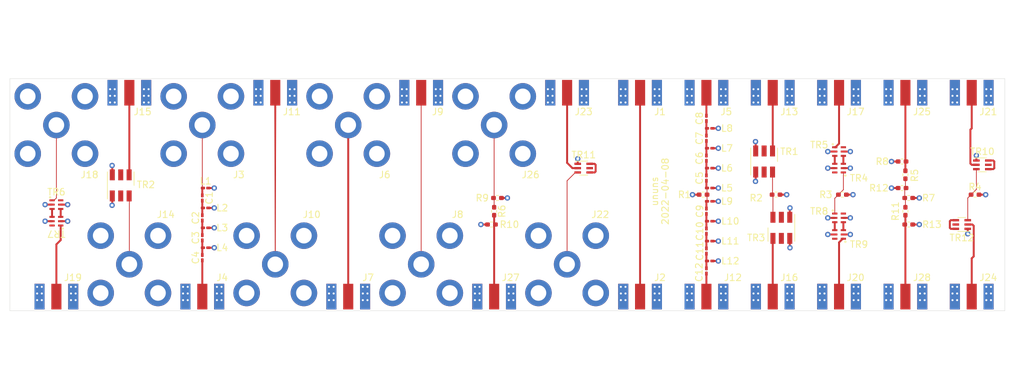
<source format=kicad_pcb>
(kicad_pcb (version 20221018) (generator pcbnew)
  (layers (0 "F.Cu" signal) (1 "In1.Cu" signal) (2 "In2.Cu" signal) (31 "B.Cu" signal) (34 "B.Paste" user) (35 "F.Paste" user) (36 "B.SilkS" user "B.Silkscreen") (37 "F.SilkS" user "F.Silkscreen") (38 "B.Mask" user) (39 "F.Mask" user) (44 "Edge.Cuts" user))
  (net 0 "")
  (net 1 "Net-(C1-Pad2)")
  (net 2 "Net-(C1-Pad1)")
  (net 3 "Net-(C2-Pad2)")
  (net 4 "Net-(C3-Pad2)")
  (net 5 "Net-(C5-Pad1)")
  (net 6 "Net-(C4-Pad2)")
  (net 7 "Net-(J6-Pad1)")
  (net 8 "Net-(C5-Pad2)")
  (net 9 "GND")
  (net 10 "Net-(J8-Pad1)")
  (net 11 "Net-(C7-Pad2)")
  (net 12 "Net-(J10-Pad1)")
  (net 13 "Net-(C8-Pad2)")
  (net 14 "Net-(C6-Pad2)")
  (net 15 "Net-(C12-Pad2)")
  (net 16 "Net-(J13-Pad1)")
  (net 17 "Net-(C10-Pad2)")
  (net 18 "Net-(C10-Pad1)")
  (net 19 "Net-(C11-Pad2)")
  (net 20 "Net-(J14-Pad1)")
  (net 21 "Net-(J15-Pad1)")
  (net 22 "Net-(J16-Pad1)")
  (net 23 "Net-(J17-Pad1)")
  (net 24 "Net-(J18-Pad1)")
  (net 25 "Net-(J1-Pad1)")
  (net 26 "Net-(J20-Pad1)")
  (net 27 "Net-(J21-Pad1)")
  (net 28 "Net-(J22-Pad1)")
  (net 29 "Net-(J23-Pad1)")
  (net 30 "Net-(J24-Pad1)")
  (net 31 "Net-(J25-Pad1)")
  (net 32 "Net-(J26-Pad1)")
  (net 33 "Net-(J27-Pad1)")
  (net 34 "Net-(J28-Pad1)")
  (net 35 "Net-(R2-Pad1)")
  (net 36 "Net-(R3-Pad1)")
  (net 37 "Net-(R4-Pad1)")
  (net 38 "Net-(R11-Pad1)")
  (net 39 "Net-(TR4-Pad3)")
  (net 40 "Net-(TR4-Pad4)")
  (net 41 "Net-(TR6-Pad3)")
  (net 42 "Net-(TR6-Pad4)")
  (net 43 "Net-(TR8-Pad3)")
  (net 44 "Net-(TR8-Pad4)")
  (net 45 "Net-(TR10-Pad4)")
  (net 46 "Net-(TR11-Pad4)")
  (net 47 "Net-(TR12-Pad4)")
  (net 48 "Net-(J19-Pad1)")
  (footprint "ununs:SMA-EDGE" (layer "F.Cu") (at 200 75 -90)
    (fp_text reference "J17")
    (fp_text value "Conn_Coaxial")
  )
  (footprint "ununs:F_Cinch_VF320_Vertical" (layer "F.Cu") (at 126 82)
    (fp_text reference "J6")
    (fp_text value "Conn_Coaxial")
  )
  (footprint "ununs:HHM15112A1" (layer "F.Cu") (at 82 96.5 180)
    (fp_text reference "TR7")
    (fp_text value "1720BL15A0100E")
  )
  (footprint "ununs:F_Cinch_VF320_Vertical" (layer "F.Cu") (at 104 82)
    (fp_text reference "J3")
    (fp_text value "Conn_Coaxial")
  )
  (footprint "ununs:F_Cinch_VF320_Vertical" (layer "F.Cu") (at 148 82)
    (fp_text reference "J26")
    (fp_text value "Conn_Coaxial")
  )
  (footprint "ununs:HHM15112A1" (layer "F.Cu") (at 200 86)
    (fp_text reference "TR5")
    (fp_text value "1720BL15A0100E")
  )
  (footprint "RF_Mini-Circuits:Mini-Circuits_DB1627" (layer "F.Cu") (at 188.7 87.5 180)
    (fp_text reference "TR1")
    (fp_text value "TC1.5-1+")
  )
  (footprint "ununs:SMA-EDGE" (layer "F.Cu") (at 190 75 -90)
    (fp_text reference "J13")
    (fp_text value "Conn_Coaxial")
  )
  (footprint "ununs:SMA-EDGE" (layer "F.Cu") (at 180 110 90)
    (fp_text reference "J12")
    (fp_text value "Conn_Coaxial")
  )
  (footprint "Resistor_SMD:R_0402_1005Metric_Pad0.72x0.64mm_HandSolder" (layer "F.Cu") (at 209.5 91.5 180)
    (fp_text reference "R7")
    (fp_text value "R")
  )
  (footprint "Inductor_SMD:L_0201_0603Metric_Pad0.64x0.40mm_HandSolder" (layer "F.Cu") (at 180.5 88.5)
    (fp_text reference "L6")
    (fp_text value "20 nH")
  )
  (footprint "ununs:F_Cinch_VF320_Vertical" (layer "F.Cu") (at 82 82)
    (fp_text reference "J18")
    (fp_text value "Conn_Coaxial")
  )
  (footprint "ununs:SMA-EDGE" (layer "F.Cu") (at 93 75 -90)
    (fp_text reference "J15")
    (fp_text value "Conn_Coaxial")
  )
  (footprint "Inductor_SMD:L_0201_0603Metric_Pad0.64x0.40mm_HandSolder" (layer "F.Cu") (at 180.5 82.5)
    (fp_text reference "L8")
    (fp_text value "22 nH")
  )
  (footprint "Capacitor_SMD:C_0201_0603Metric_Pad0.64x0.40mm_HandSolder" (layer "F.Cu") (at 180 104 -90)
    (fp_text reference "C12")
    (fp_text value "5.1 pF")
  )
  (footprint "Capacitor_SMD:C_0201_0603Metric_Pad0.64x0.40mm_HandSolder" (layer "F.Cu") (at 104 96 -90)
    (fp_text reference "C2")
    (fp_text value "3.3 pF")
  )
  (footprint "Inductor_SMD:L_0201_0603Metric_Pad0.64x0.40mm_HandSolder" (layer "F.Cu") (at 180.5 85.5)
    (fp_text reference "L7")
    (fp_text value "12 nH")
  )
  (footprint "ununs:SMA-EDGE" (layer "F.Cu") (at 159 75 -90)
    (fp_text reference "J23")
    (fp_text value "Conn_Coaxial")
  )
  (footprint "Resistor_SMD:R_0402_1005Metric_Pad0.72x0.64mm_HandSolder" (layer "F.Cu") (at 147.5975 97)
    (fp_text reference "R10")
    (fp_text value "86.6")
  )
  (footprint "ununs:SMA-EDGE" (layer "F.Cu") (at 190 110 90)
    (fp_text reference "J16")
    (fp_text value "Conn_Coaxial")
  )
  (footprint "ununs:F_Cinch_VF320_Vertical" (layer "F.Cu") (at 159 103)
    (fp_text reference "J22")
    (fp_text value "Conn_Coaxial")
  )
  (footprint "Inductor_SMD:L_0201_0603Metric_Pad0.64x0.40mm_HandSolder" (layer "F.Cu") (at 180.5 93.5)
    (fp_text reference "L9")
    (fp_text value "16 nH")
  )
  (footprint "Resistor_SMD:R_0402_1005Metric_Pad0.72x0.64mm_HandSolder" (layer "F.Cu") (at 210.5 97 180)
    (fp_text reference "R13")
    (fp_text value "86.6")
  )
  (footprint "Resistor_SMD:R_0402_1005Metric_Pad0.72x0.64mm_HandSolder" (layer "F.Cu") (at 148 95 -90)
    (fp_text reference "R6")
    (fp_text value "43.2")
  )
  (footprint "RF_Mini-Circuits:Mini-Circuits_DB1627" (layer "F.Cu") (at 191.3 97.5)
    (fp_text reference "TR3")
    (fp_text value "TC1.5-1+")
  )
  (footprint "RF_Converter:Balun_Johanson_0896BM15A0001" (layer "F.Cu") (at 221.6 88)
    (fp_text reference "TR10")
    (fp_text value "1350BL15B0075")
  )
  (footprint "Inductor_SMD:L_0201_0603Metric_Pad0.64x0.40mm_HandSolder" (layer "F.Cu") (at 180.5 102.5)
    (fp_text reference "L12")
    (fp_text value "22 nH")
  )
  (footprint "Inductor_SMD:L_0201_0603Metric_Pad0.64x0.40mm_HandSolder" (layer "F.Cu") (at 104.5 94.5)
    (fp_text reference "L2")
    (fp_text value "20 nH")
  )
  (footprint "Resistor_SMD:R_0402_1005Metric_Pad0.72x0.64mm_HandSolder" (layer "F.Cu") (at 209.5 87.5)
    (fp_text reference "R8")
    (fp_text value "86.6")
  )
  (footprint "Capacitor_SMD:C_0201_0603Metric_Pad0.64x0.40mm_HandSolder" (layer "F.Cu") (at 180 87 90)
    (fp_text reference "C6")
    (fp_text value "3.3 pF")
  )
  (footprint "Resistor_SMD:R_0402_1005Metric_Pad0.72x0.64mm_HandSolder" (layer "F.Cu") (at 210.5 93)
    (fp_text reference "R12")
    (fp_text value "R")
  )
  (footprint "Capacitor_SMD:C_0201_0603Metric_Pad0.64x0.40mm_HandSolder" (layer "F.Cu") (at 180 81 90)
    (fp_text reference "C8")
    (fp_text value "5.1 pF")
  )
  (footprint "ununs:SMA-EDGE" (layer "F.Cu") (at 115 75 -90)
    (fp_text reference "J11")
    (fp_text value "Conn_Coaxial")
  )
  (footprint "RF_Converter:Balun_Johanson_0896BM15A0001" (layer "F.Cu") (at 218.5 97 180)
    (fp_text reference "TR12")
    (fp_text value "1350BL15B0075")
  )
  (footprint "Resistor_SMD:R_0402_1005Metric_Pad0.72x0.64mm_HandSolder" (layer "F.Cu") (at 210 89.5 90)
    (fp_text reference "R5")
    (fp_text value "43.2")
  )
  (footprint "Inductor_SMD:L_0201_0603Metric_Pad0.64x0.40mm_HandSolder" (layer "F.Cu") (at 104.5 100.5)
    (fp_text reference "L4")
    (fp_text value "22 nH")
  )
  (footprint "Resistor_SMD:R_0402_1005Metric_Pad0.72x0.64mm_HandSolder" (layer "F.Cu") (at 190.5 92.5)
    (fp_text reference "R2")
    (fp_text value "75")
  )
  (footprint "ununs:SMA-EDGE" (layer "F.Cu") (at 210 110 90)
    (fp_text reference "J28")
    (fp_text value "Conn_Coaxial")
  )
  (footprint "Capacitor_SMD:C_0201_0603Metric_Pad0.64x0.40mm_HandSolder" (layer "F.Cu") (at 104 93 -90)
    (fp_text reference "C1")
    (fp_text value "3.9 pF")
  )
  (footprint "ununs:SMA-EDGE" (layer "F.Cu") (at 200 110 90)
    (fp_text reference "J20")
    (fp_text value "Conn_Coaxial")
  )
  (footprint "ununs:SMA-EDGE" (layer "F.Cu") (at 210 75 -90)
    (fp_text reference "J25")
    (fp_text value "Conn_Coaxial")
  )
  (footprint "RF_Converter:Balun_Johanson_0896BM15A0001" (layer "F.Cu") (at 161.5 88.5)
    (fp_text reference "TR11")
    (fp_text value "1350BL15B0075")
  )
  (footprint "ununs:F_Cinch_VF320_Vertical" (layer "F.Cu") (at 115 103)
    (fp_text reference "J10")
    (fp_text value "Conn_Coaxial")
  )
  (footprint "Resistor_SMD:R_0402_1005Metric_Pad0.72x0.64mm_HandSolder" (layer "F.Cu") (at 179.5 92.5 180)
    (fp_text reference "R1")
    (fp_text value "75")
  )
  (footprint "ununs:SMA-EDGE" (layer "F.Cu") (at 220 75 -90)
    (fp_text reference "J21")
    (fp_text value "Conn_Coaxial")
  )
  (footprint "Resistor_SMD:R_0402_1005Metric_Pad0.72x0.64mm_HandSolder" (layer "F.Cu") (at 200.5 92.5)
    (fp_text reference "R3")
    (fp_text value "75")
  )
  (footprint "ununs:SMA-EDGE" (layer "F.Cu") (at 170 75 -90)
    (fp_text reference "J1")
    (fp_text value "Conn_Coaxial")
  )
  (footprint "ununs:HHM15112A1" (layer "F.Cu") (at 200 88.5 180)
    (fp_text reference "TR4")
    (fp_text value "HHM15112A1")
  )
  (footprint "Resistor_SMD:R_0402_1005Metric_Pad0.72x0.64mm_HandSolder" (layer "F.Cu") (at 210 95 -90)
    (fp_text reference "R11")
    (fp_text value "43.2")
  )
  (footprint "ununs:HHM15112A1" (layer "F.Cu") (at 200 96)
    (fp_text reference "TR8")
    (fp_text value "HHM15112A1")
  )
  (footprint "Inductor_SMD:L_0201_0603Metric_Pad0.64x0.40mm_HandSolder" (layer "F.Cu") (at 180.5 96.5)
    (fp_text reference "L10")
    (fp_text value "20 nH")
  )
  (footprint "Inductor_SMD:L_0201_0603Metric_Pad0.64x0.40mm_HandSolder" (layer "F.Cu") (at 104.5 91.5)
    (fp_text reference "L1")
    (fp_text value "16 nH")
  )
  (footprint "Capacitor_SMD:C_0201_0603Metric_Pad0.64x0.40mm_HandSolder" (layer "F.Cu") (at 180 84 90)
    (fp_text reference "C7")
    (fp_text value "15 pF")
  )
  (footprint "Resistor_SMD:R_0402_1005Metric_Pad0.72x0.64mm_HandSolder" (layer "F.Cu") (at 220.5 92.5)
    (fp_text reference "R4")
    (fp_text value "75")
  )
  (footprint "Capacitor_SMD:C_0201_0603Metric_Pad0.64x0.40mm_HandSolder" (layer "F.Cu") (at 180 95 -90)
    (fp_text reference "C9")
    (fp_text value "3.9 pF")
  )
  (footprint "Capacitor_SMD:C_0201_0603Metric_Pad0.64x0.40mm_HandSolder" (layer "F.Cu") (at 180 101 -90)
    (fp_text reference "C11")
    (fp_text value "15 pF")
  )
  (footprint "Capacitor_SMD:C_0201_0603Metric_Pad0.64x0.40mm_HandSolder" (layer "F.Cu") (at 180 98 -90)
    (fp_text reference "C10")
    (fp_text value "3.3 pF")
  )
  (footprint "Resistor_SMD:R_0402_1005Metric_Pad0.72x0.64mm_HandSolder" (layer "F.Cu") (at 148.5 93)
    (fp_text reference "R9")
    (fp_text value "R")
  )
  (footprint "Inductor_SMD:L_0201_0603Metric_Pad0.64x0.40mm_HandSolder" (layer "F.Cu") (at 104.5 97.5)
    (fp_text reference "L3")
    (fp_text value "12 nH")
  )
  (footprint "ununs:HHM15112A1" (layer "F.Cu") (at 82 94)
    (fp_text reference "TR6")
    (fp_text value "HHM15112A1")
  )
  (footprint "Inductor_SMD:L_0201_0603Metric_Pad0.64x0.40mm_HandSolder" (layer "F.Cu") (at 180.5 91.5)
    (fp_text reference "L5")
    (fp_text value "16 nH")
  )
  (footprint "RF_Mini-Circuits:Mini-Circuits_DB1627" (layer "F.Cu") (at 91.7 91.1 180)
    (fp_text reference "TR2")
    (fp_text value "TC1.5-1+")
  )
  (footprint "ununs:SMA-EDGE" (layer "F.Cu") (at 82 110 90)
    (fp_text reference "J19")
    (fp_text value "Conn_Coaxial")
  )
  (footprint "Inductor_SMD:L_0201_0603Metric_Pad0.64x0.40mm_HandSolder" (layer "F.Cu") (at 180.5 99.5)
    (fp_text reference "L11")
    (fp_text value "12 nH")
  )
  (footprint "ununs:F_Cinch_VF320_Vertical" (layer "F.Cu") (at 137 103)
    (fp_text reference "J8")
    (fp_text value "Conn_Coaxial")
  )
  (footprint "ununs:SMA-EDGE" (layer "F.Cu") (at 104 110 90)
    (fp_text reference "J4")
    (fp_text value "Conn_Coaxial")
  )
  (footprint "Capacitor_SMD:C_0201_0603Metric_Pad0.64x0.40mm_HandSolder" (layer "F.Cu") (at 180 90 90)
    (fp_text reference "C5")
    (fp_text value "3.9 pF")
  )
  (footprint "ununs:SMA-EDGE" (layer "F.Cu") (at 220 110 90)
    (fp_text reference "J24")
    (fp_text value "Conn_Coaxial")
  )
  (footprint "ununs:SMA-EDGE" (layer "F.Cu") (at 180 75 -90)
    (fp_text reference "J5")
    (fp_text value "Conn_Coaxial")
  )
  (footprint "ununs:HHM15112A1" (layer "F.Cu") (at 200 98.5 180)
    (fp_text reference "TR9")
    (fp_text value "1720BL15A0100E")
  )
  (footprint "Capacitor_SMD:C_0201_0603Metric_Pad0.64x0.40mm_HandSolder" (layer "F.Cu") (at 104 99 -90)
    (fp_text reference "C3")
    (fp_text value "15 pF")
  )
  (footprint "ununs:SMA-EDGE" (layer "F.Cu") (at 148 110 90)
    (fp_text reference "J27")
    (fp_text value "Conn_Coaxial")
  )
  (footprint "ununs:SMA-EDGE" (layer "F.Cu") (at 170 110 90)
    (fp_text reference "J2")
    (fp_text value "Conn_Coaxial")
  )
  (footprint "ununs:SMA-EDGE" (layer "F.Cu") (at 137 75 -90)
    (fp_text reference "J9")
    (fp_text value "Conn_Coaxial")
  )
  (footprint "Capacitor_SMD:C_0201_0603Metric_Pad0.64x0.40mm_HandSolder" (layer "F.Cu") (at 104 102 -90)
    (fp_text reference "C4")
    (fp_text value "5.1 pF")
  )
  (footprint "ununs:SMA-EDGE" (layer "F.Cu") (at 126 110 90)
    (fp_text reference "J7")
    (fp_text value "Conn_Coaxial")
  )
  (footprint "ununs:F_Cinch_VF320_Vertical" (layer "F.Cu") (at 93 103)
    (fp_text reference "J14")
    (fp_text value "Conn_Coaxial")
  )
  (gr_line (start 225 75) (end 225 110) (stroke (width 0.05)) (layer "Edge.Cuts"))
  (gr_line (start 225 110) (end 75 110) (stroke (width 0.05)) (layer "Edge.Cuts"))
  (gr_line (start 75 75) (end 225 75) (stroke (width 0.05)) (layer "Edge.Cuts"))
  (gr_line (start 75 110) (end 75 75) (stroke (width 0.05)) (layer "Edge.Cuts"))
  (gr_text "ununs\n2022-04-08" (at 173 92 90) (layer "F.SilkS") (effects (font (size 1 1))))
  (segment (start 104 94.5925) (end 104.0925 94.5) (width 0.29337) (layer "F.Cu") (net 1))
  (segment (start 104 94.4075) (end 104.0925 94.5) (width 0.29337) (layer "F.Cu") (net 1))
  (segment (start 104 93.4075) (end 104 94.4075) (width 0.29337) (layer "F.Cu") (net 1))
  (segment (start 104 95.5925) (end 104 94.5925) (width 0.29337) (layer "F.Cu") (net 1))
  (segment (start 104 91.4075) (end 104.0925 91.5) (width 0.2) (layer "F.Cu") (net 2))
  (segment (start 104 91.5925) (end 104.0925 91.5) (width 0.29337) (layer "F.Cu") (net 2))
  (segment (start 104 92.5925) (end 104 91.5925) (width 0.29337) (layer "F.Cu") (net 2))
  (segment (start 104 82) (end 104 91.4075) (width 0.114808) (layer "F.Cu") (net 2))
  (segment (start 104 96.4075) (end 104 97.4075) (width 0.29337) (layer "F.Cu") (net 3))
  (segment (start 104 97.4075) (end 104.0925 97.5) (width 0.29337) (layer "F.Cu") (net 3))
  (segment (start 104 97.5925) (end 104.0925 97.5) (width 0.29337) (layer "F.Cu") (net 3))
  (segment (start 104 98.5925) (end 104 97.5925) (width 0.29337) (layer "F.Cu") (net 3))
  (segment (start 104 100.5925) (end 104.0925 100.5) (width 0.29337) (layer "F.Cu") (net 4))
  (segment (start 104 100.4075) (end 104.0925 100.5) (width 0.29337) (layer "F.Cu") (net 4))
  (segment (start 104 99.4075) (end 104 100.4075) (width 0.29337) (layer "F.Cu") (net 4))
  (segment (start 104 101.5925) (end 104 100.5925) (width 0.29337) (layer "F.Cu") (net 4))
  (segment (start 180.0925 92.495) (end 180.0975 92.5) (width 0.2) (layer "F.Cu") (net 5))
  (segment (start 180 90.4075) (end 180 91.4075) (width 0.29337) (layer "F.Cu") (net 5))
  (segment (start 180 93.5925) (end 180.0925 93.5) (width 0.29337) (layer "F.Cu") (net 5))
  (segment (start 180.0975 92.5) (end 180.0975 93.495) (width 0.114808) (layer "F.Cu") (net 5))
  (segment (start 180.0925 91.5) (end 180.0925 92.495) (width 0.114808) (layer "F.Cu") (net 5))
  (segment (start 180 91.4075) (end 180.0925 91.5) (width 0.29337) (layer "F.Cu") (net 5))
  (segment (start 180.0975 93.495) (end 180.0925 93.5) (width 0.2) (layer "F.Cu") (net 5))
  (segment (start 180 94.5925) (end 180 93.5925) (width 0.29337) (layer "F.Cu") (net 5))
  (segment (start 104 107.968) (end 104 102.4075) (width 0.29337) (layer "F.Cu") (net 6))
  (segment (start 126 107.968) (end 126 82) (width 0.29337) (layer "F.Cu") (net 7))
  (segment (start 180 87.4075) (end 180 88.4075) (width 0.29337) (layer "F.Cu") (net 8))
  (segment (start 180 88.5925) (end 180.0925 88.5) (width 0.29337) (layer "F.Cu") (net 8))
  (segment (start 180 88.4075) (end 180.0925 88.5) (width 0.29337) (layer "F.Cu") (net 8))
  (segment (start 180 89.5925) (end 180 88.5925) (width 0.29337) (layer "F.Cu") (net 8))
  (segment (start 191.0975 92.5) (end 192.1 92.5) (width 0.29337) (layer "F.Cu") (net 9))
  (segment (start 81.35 94) (end 80.3 94) (width 0.29337) (layer "F.Cu") (net 9))
  (segment (start 149.0975 93) (end 150 93) (width 0.29337) (layer "F.Cu") (net 9))
  (segment (start 199.35 86) (end 198.3 86) (width 0.29337) (layer "F.Cu") (net 9))
  (segment (start 199.35 96) (end 198.3 96) (width 0.29337) (layer "F.Cu") (net 9))
  (segment (start 200.65 98.5) (end 201.7 98.5) (width 0.29337) (layer "F.Cu") (net 9))
  (segment (start 147 97) (end 146 97) (width 0.29337) (layer "F.Cu") (net 9))
  (segment (start 192.57 94.53) (end 192.6 94.5) (width 0.29337) (layer "F.Cu") (net 9))
  (segment (start 160.6 87.85) (end 160.6 87.1) (width 0.29337) (layer "F.Cu") (net 9))
  (segment (start 81.35 96.5) (end 80.3 96.5) (width 0.29337) (layer "F.Cu") (net 9))
  (segment (start 187.43 84.53) (end 187.4 84.5) (width 0.29337) (layer "F.Cu") (net 9))
  (segment (start 90.43 92.69) (end 90.43 94.07) (width 0.29337) (layer "F.Cu") (net 9))
  (segment (start 90.43 94.07) (end 90.4 94.1) (width 0.29337) (layer "F.Cu") (net 9))
  (segment (start 104.9075 94.5) (end 105.8 94.5) (width 0.29337) (layer "F.Cu") (net 9))
  (segment (start 208.9025 91.5) (end 207.9 91.5) (width 0.29337) (layer "F.Cu") (net 9))
  (segment (start 82.65 94) (end 83.7 94) (width 0.29337) (layer "F.Cu") (net 9))
  (segment (start 208.9025 87.5) (end 207.9 87.5) (width 0.29337) (layer "F.Cu") (net 9))
  (segment (start 211.0975 93) (end 212.1 93) (width 0.29337) (layer "F.Cu") (net 9))
  (segment (start 180.9075 82.5) (end 181.8 82.5) (width 0.29337) (layer "F.Cu") (net 9))
  (segment (start 187.43 90.47) (end 187.4 90.5) (width 0.29337) (layer "F.Cu") (net 9))
  (segment (start 180.9075 93.5) (end 181.8 93.5) (width 0.29337) (layer "F.Cu") (net 9))
  (segment (start 219.4 97.65) (end 219.4 98.4) (width 0.29337) (layer "F.Cu") (net 9))
  (segment (start 187.43 89.09) (end 187.43 90.47) (width 0.29337) (layer "F.Cu") (net 9))
  (segment (start 180.9075 99.5) (end 181.8 99.5) (width 0.29337) (layer "F.Cu") (net 9))
  (segment (start 199.35 98.5) (end 198.3 98.5) (width 0.29337) (layer "F.Cu") (net 9))
  (segment (start 178.9025 92.5) (end 177.9 92.5) (width 0.29337) (layer "F.Cu") (net 9))
  (segment (start 90.43 88.13) (end 90.4 88.1) (width 0.29337) (layer "F.Cu") (net 9))
  (segment (start 200.65 96) (end 201.7 96) (width 0.29337) (layer "F.Cu") (net 9))
  (segment (start 192.57 100.47) (end 192.6 100.5) (width 0.29337) (layer "F.Cu") (net 9))
  (segment (start 104.9075 97.5) (end 105.8 97.5) (width 0.29337) (layer "F.Cu") (net 9))
  (segment (start 200.65 86) (end 201.7 86) (width 0.29337) (layer "F.Cu") (net 9))
  (segment (start 180.9075 96.5) (end 181.8 96.5) (width 0.29337) (layer "F.Cu") (net 9))
  (segment (start 211.0975 97) (end 212.1 97) (width 0.29337) (layer "F.Cu") (net 9))
  (segment (start 82.65 96.5) (end 83.7 96.5) (width 0.29337) (layer "F.Cu") (net 9))
  (segment (start 180.9075 88.5) (end 181.8 88.5) (width 0.29337) (layer "F.Cu") (net 9))
  (segment (start 199.35 88.5) (end 198.3 88.5) (width 0.29337) (layer "F.Cu") (net 9))
  (segment (start 187.43 85.91) (end 187.43 84.53) (width 0.29337) (layer "F.Cu") (net 9))
  (segment (start 200.65 88.5) (end 201.7 88.5) (width 0.29337) (layer "F.Cu") (net 9))
  (segment (start 180.9075 85.5) (end 181.8 85.5) (width 0.29337) (layer "F.Cu") (net 9))
  (segment (start 104.9075 91.5) (end 105.8 91.5) (width 0.29337) (layer "F.Cu") (net 9))
  (segment (start 90.43 89.51) (end 90.43 88.13) (width 0.29337) (layer "F.Cu") (net 9))
  (segment (start 192.57 99.09) (end 192.57 100.47) (width 0.29337) (layer "F.Cu") (net 9))
  (segment (start 201.0975 92.5) (end 202.1 92.5) (width 0.29337) (layer "F.Cu") (net 9))
  (segment (start 192.57 95.91) (end 192.57 94.53) (width 0.29337) (layer "F.Cu") (net 9))
  (segment (start 104.9075 100.5) (end 105.8 100.5) (width 0.29337) (layer "F.Cu") (net 9))
  (segment (start 220.7 87.35) (end 220.7 86.6) (width 0.29337) (layer "F.Cu") (net 9))
  (segment (start 221.0975 92.5) (end 222.1 92.5) (width 0.29337) (layer "F.Cu") (net 9))
  (segment (start 180.9075 102.5) (end 181.8 102.5) (width 0.29337) (layer "F.Cu") (net 9))
  (segment (start 180.9075 91.5) (end 181.8 91.5) (width 0.29337) (layer "F.Cu") (net 9))
  (via (at 187.4 90.5) (size 0.8) (drill 0.4) (layers "F.Cu" "B.Cu") (net 9))
  (via (at 181.8 96.5) (size 0.8) (drill 0.4) (layers "F.Cu" "B.Cu") (net 9))
  (via (at 181.8 93.5) (size 0.8) (drill 0.4) (layers "F.Cu" "B.Cu") (net 9))
  (via (at 181.8 82.5) (size 0.8) (drill 0.4) (layers "F.Cu" "B.Cu") (net 9))
  (via (at 181.8 85.5) (size 0.8) (drill 0.4) (layers "F.Cu" "B.Cu") (net 9))
  (via (at 150 93) (size 0.8) (drill 0.4) (layers "F.Cu" "B.Cu") (net 9))
  (via (at 187.4 84.5) (size 0.8) (drill 0.4) (layers "F.Cu" "B.Cu") (net 9))
  (via (at 212.1 93) (size 0.8) (drill 0.4) (layers "F.Cu" "B.Cu") (net 9))
  (via (at 181.8 88.5) (size 0.8) (drill 0.4) (layers "F.Cu" "B.Cu") (net 9))
  (via (at 220.7 86.6) (size 0.8) (drill 0.4) (layers "F.Cu" "B.Cu") (net 9))
  (via (at 198.3 86) (size 0.8) (drill 0.4) (layers "F.Cu" "B.Cu") (net 9))
  (via (at 201.7 98.5) (size 0.8) (drill 0.4) (layers "F.Cu" "B.Cu") (net 9))
  (via (at 201.7 96) (size 0.8) (drill 0.4) (layers "F.Cu" "B.Cu") (net 9))
  (via (at 105.8 97.5) (size 0.8) (drill 0.4) (layers "F.Cu" "B.Cu") (net 9))
  (via (at 105.8 91.5) (size 0.8) (drill 0.4) (layers "F.Cu" "B.Cu") (net 9))
  (via (at 90.4 88.1) (size 0.8) (drill 0.4) (layers "F.Cu" "B.Cu") (net 9))
  (via (at 202.1 92.5) (size 0.8) (drill 0.4) (layers "F.Cu" "B.Cu") (net 9))
  (via (at 198.3 98.5) (size 0.8) (drill 0.4) (layers "F.Cu" "B.Cu") (net 9))
  (via (at 198.3 96) (size 0.8) (drill 0.4) (layers "F.Cu" "B.Cu") (net 9))
  (via (at 192.6 100.5) (size 0.8) (drill 0.4) (layers "F.Cu" "B.Cu") (net 9))
  (via (at 160.6 87.1) (size 0.8) (drill 0.4) (layers "F.Cu" "B.Cu") (net 9))
  (via (at 80.3 96.5) (size 0.8) (drill 0.4) (layers "F.Cu" "B.Cu") (net 9))
  (via (at 201.7 86) (size 0.8) (drill 0.4) (layers "F.Cu" "B.Cu") (net 9))
  (via (at 80.3 94) (size 0.8) (drill 0.4) (layers "F.Cu" "B.Cu") (net 9))
  (via (at 146 97) (size 0.8) (drill 0.4) (layers "F.Cu" "B.Cu") (net 9))
  (via (at 177.9 92.5) (size 0.8) (drill 0.4) (layers "F.Cu" "B.Cu") (net 9))
  (via (at 192.6 94.5) (size 0.8) (drill 0.4) (layers "F.Cu" "B.Cu") (net 9))
  (via (at 181.8 99.5) (size 0.8) (drill 0.4) (layers "F.Cu" "B.Cu") (net 9))
  (via (at 105.8 100.5) (size 0.8) (drill 0.4) (layers "F.Cu" "B.Cu") (net 9))
  (via (at 201.7 88.5) (size 0.8) (drill 0.4) (layers "F.Cu" "B.Cu") (net 9))
  (via (at 222.1 92.5) (size 0.8) (drill 0.4) (layers "F.Cu" "B.Cu") (net 9))
  (via (at 192.1 92.5) (size 0.8) (drill 0.4) (layers "F.Cu" "B.Cu") (net 9))
  (via (at 181.8 91.5) (size 0.8) (drill 0.4) (layers "F.Cu" "B.Cu") (net 9))
  (via (at 198.3 88.5) (size 0.8) (drill 0.4) (layers "F.Cu" "B.Cu") (net 9))
  (via (at 181.8 102.5) (size 0.8) (drill 0.4) (layers "F.Cu" "B.Cu") (net 9))
  (via (at 212.1 97) (size 0.8) (drill 0.4) (layers "F.Cu" "B.Cu") (net 9))
  (via (at 83.7 96.5) (size 0.8) (drill 0.4) (layers "F.Cu" "B.Cu") (net 9))
  (via (at 105.8 94.5) (size 0.8) (drill 0.4) (layers "F.Cu" "B.Cu") (net 9))
  (via (at 207.9 87.5) (size 0.8) (drill 0.4) (layers "F.Cu" "B.Cu") (net 9))
  (via (at 219.4 98.4) (size 0.8) (drill 0.4) (layers "F.Cu" "B.Cu") (net 9))
  (via (at 207.9 91.5) (size 0.8) (drill 0.4) (layers "F.Cu" "B.Cu") (net 9))
  (via (at 90.4 94.1) (size 0.8) (drill 0.4) (layers "F.Cu" "B.Cu") (net 9))
  (via (at 83.7 94) (size 0.8) (drill 0.4) (layers "F.Cu" "B.Cu") (net 9))
  (segment (start 137 103) (end 137 77.132) (width 0.114808) (layer "F.Cu") (net 10))
  (segment (start 180 82.4075) (end 180.0925 82.5) (width 0.29337) (layer "F.Cu") (net 11))
  (segment (start 180 82.5925) (end 180.0925 82.5) (width 0.29337) (layer "F.Cu") (net 11))
  (segment (start 180 81.4075) (end 180 82.4075) (width 0.29337) (layer "F.Cu") (net 11))
  (segment (start 180 83.5925) (end 180 82.5925) (width 0.29337) (layer "F.Cu") (net 11))
  (segment (start 115 103) (end 115 79) (width 0.115) (layer "F.Cu") (net 12))
  (segment (start 115 77.032) (end 115 79) (width 0.29337) (layer "F.Cu") (net 12))
  (segment (start 180 77.132) (end 180 80.5925) (width 0.29337) (layer "F.Cu") (net 13))
  (segment (start 180 85.4075) (end 180.0925 85.5) (width 0.29337) (layer "F.Cu") (net 14))
  (segment (start 180 86.5925) (end 180 85.5925) (width 0.29337) (layer "F.Cu") (net 14))
  (segment (start 180 85.5925) (end 180.0925 85.5) (width 0.29337) (layer "F.Cu") (net 14))
  (segment (start 180 84.4075) (end 180 85.4075) (width 0.29337) (layer "F.Cu") (net 14))
  (segment (start 180 107.868) (end 180 104.4075) (width 0.29337) (layer "F.Cu") (net 15))
  (segment (start 190 85.88) (end 189.97 85.91) (width 0.29337) (layer "F.Cu") (net 16))
  (segment (start 190 77.132) (end 190 85.88) (width 0.29337) (layer "F.Cu") (net 16))
  (segment (start 180 98.4075) (end 180 99.4075) (width 0.29337) (layer "F.Cu") (net 17))
  (segment (start 180 99.5925) (end 180.0925 99.5) (width 0.29337) (layer "F.Cu") (net 17))
  (segment (start 180 99.4075) (end 180.0925 99.5) (width 0.29337) (layer "F.Cu") (net 17))
  (segment (start 180 100.5925) (end 180 99.5925) (width 0.29337) (layer "F.Cu") (net 17))
  (segment (start 180 97.5925) (end 180 96.5925) (width 0.29337) (layer "F.Cu") (net 18))
  (segment (start 180 96.5925) (end 180.0925 96.5) (width 0.29337) (layer "F.Cu") (net 18))
  (segment (start 180 96.4075) (end 180.0925 96.5) (width 0.29337) (layer "F.Cu") (net 18))
  (segment (start 180 95.4075) (end 180 96.4075) (width 0.29337) (layer "F.Cu") (net 18))
  (segment (start 180 101.4075) (end 180 102.4075) (width 0.29337) (layer "F.Cu") (net 19))
  (segment (start 180 102.4075) (end 180.0925 102.5) (width 0.29337) (layer "F.Cu") (net 19))
  (segment (start 180 103.5925) (end 180 102.5925) (width 0.29337) (layer "F.Cu") (net 19))
  (segment (start 180 102.5925) (end 180.0925 102.5) (width 0.29337) (layer "F.Cu") (net 19))
  (segment (start 93 103) (end 93 92.72) (width 0.114808) (layer "F.Cu") (net 20))
  (segment (start 93 92.72) (end 92.97 92.69) (width 0.2) (layer "F.Cu") (net 20))
  (segment (start 93 89.48) (end 92.97 89.51) (width 0.29337) (layer "F.Cu") (net 21))
  (segment (start 93 77.032) (end 93 89.48) (width 0.29337) (layer "F.Cu") (net 21))
  (segment (start 190 99.12) (end 190.03 99.09) (width 0.29337) (layer "F.Cu") (net 22))
  (segment (start 190 107.868) (end 190 99.12) (width 0.29337) (layer "F.Cu") (net 22))
  (segment (start 200 77.132) (end 200 84.8) (width 0.29337) (layer "F.Cu") (net 23))
  (segment (start 200 84.8) (end 199.45 85.35) (width 0.29337) (layer "F.Cu") (net 23))
  (segment (start 199.45 85.35) (end 199.35 85.35) (width 0.29337) (layer "F.Cu") (net 23))
  (segment (start 82 93) (end 81.65 93.35) (width 0.114808) (layer "F.Cu") (net 24))
  (segment (start 82 82) (end 82 93) (width 0.114808) (layer "F.Cu") (net 24))
  (segment (start 81.65 93.35) (end 81.35 93.35) (width 0.2) (layer "F.Cu") (net 24))
  (segment (start 170 77.132) (end 170 107.868) (width 0.29337) (layer "F.Cu") (net 25))
  (segment (start 200 99.7) (end 200.55 99.15) (width 0.29337) (layer "F.Cu") (net 26))
  (segment (start 200.55 99.15) (end 200.65 99.15) (width 0.29337) (layer "F.Cu") (net 26))
  (segment (start 200 107.868) (end 200 99.7) (width 0.29337) (layer "F.Cu") (net 26))
  (segment (start 220 82.5) (end 220 77.132) (width 0.29337) (layer "F.Cu") (net 27))
  (segment (start 220.7 88) (end 220 88) (width 0.29337) (layer "F.Cu") (net 27))
  (segment (start 220 88) (end 219.8 87.8) (width 0.29337) (layer "F.Cu") (net 27))
  (segment (start 219.8 87.8) (end 219.8 82.7) (width 0.29337) (layer "F.Cu") (net 27))
  (segment (start 219.8 82.7) (end 220 82.5) (width 0.29337) (layer "F.Cu") (net 27))
  (segment (start 160.25 89.15) (end 160.6 89.15) (width 0.2) (layer "F.Cu") (net 28))
  (segment (start 159 90.4) (end 160.25 89.15) (width 0.114808) (layer "F.Cu") (net 28))
  (segment (start 159 103) (end 159 90.4) (width 0.114808) (layer "F.Cu") (net 28))
  (segment (start 159.8 88.5) (end 160.6 88.5) (width 0.29337) (layer "F.Cu") (net 29))
  (segment (start 159 87.7) (end 159.8 88.5) (width 0.29337) (layer "F.Cu") (net 29))
  (segment (start 159 77.132) (end 159 87.7) (width 0.29337) (layer "F.Cu") (net 29))
  (segment (start 219.4 97) (end 220.1 97) (width 0.29337) (layer "F.Cu") (net 30))
  (segment (start 220.1 97) (end 220.3 97.2) (width 0.29337) (layer "F.Cu") (net 30))
  (segment (start 220.3 97.2) (end 220.3 101.8) (width 0.29337) (layer "F.Cu") (net 30))
  (segment (start 220.3 101.8) (end 220 102.1) (width 0.29337) (layer "F.Cu") (net 30))
  (segment (start 220 102.1) (end 220 107.868) (width 0.29337) (layer "F.Cu") (net 30))
  (segment (start 210 88.9025) (end 210 87.5975) (width 0.29337) (layer "F.Cu") (net 31))
  (segment (start 210 87.5975) (end 210.0975 87.5) (width 0.29337) (layer "F.Cu") (net 31))
  (segment (start 210 87.4025) (end 210.0975 87.5) (width 0.29337) (layer "F.Cu") (net 31))
  (segment (start 210 77.132) (end 210 87.4025) (width 0.29337) (layer "F.Cu") (net 31))
  (segment (start 148 92.9025) (end 147.9025 93) (width 0.2) (layer "F.Cu") (net 32))
  (segment (start 148 94.4025) (end 148 93.0975) (width 0.114808) (layer "F.Cu") (net 32))
  (segment (start 148 93.0975) (end 147.9025 93) (width 0.2) (layer "F.Cu") (net 32))
  (segment (start 148 82) (end 148 92.9025) (width 0.114808) (layer "F.Cu") (net 32))
  (segment (start 148 95.5975) (end 148 96.805) (width 0.29337) (layer "F.Cu") (net 33))
  (segment (start 148 107.868) (end 148 97.195) (width 0.29337) (layer "F.Cu") (net 33))
  (segment (start 148 96.805) (end 148.195 97) (width 0.29337) (layer "F.Cu") (net 33))
  (segment (start 148 97.195) (end 148.195 97) (width 0.29337) (layer "F.Cu") (net 33))
  (segment (start 210 107.868) (end 210 97.0975) (width 0.29337) (layer "F.Cu") (net 34))
  (segment (start 210 97.0975) (end 209.9025 97) (width 0.29337) (layer "F.Cu") (net 34))
  (segment (start 210 96.9025) (end 209.9025 97) (width 0.29337) (layer "F.Cu") (net 34))
  (segment (start 210 95.5975) (end 210 96.9025) (width 0.29337) (layer "F.Cu") (net 34))
  (segment (start 189.97 92.4325) (end 189.9025 92.5) (width 0.2) (layer "F.Cu") (net 35))
  (segment (start 190.03 92.6275) (end 189.9025 92.5) (width 0.2) (layer "F.Cu") (net 35))
  (segment (start 189.97 89.09) (end 189.97 92.4325) (width 0.114808) (layer "F.Cu") (net 35))
  (segment (start 190.03 95.91) (end 190.03 92.6275) (width 0.114808) (layer "F.Cu") (net 35))
  (segment (start 199.35 93.0525) (end 199.9025 92.5) (width 0.114808) (layer "F.Cu") (net 36))
  (segment (start 200.65 91.7525) (end 199.9025 92.5) (width 0.114808) (layer "F.Cu") (net 36))
  (segment (start 199.35 95.35) (end 199.35 93.0525) (width 0.114808) (layer "F.Cu") (net 36))
  (segment (start 200.65 89.15) (end 200.65 91.7525) (width 0.114808) (layer "F.Cu") (net 36))
  (segment (start 219.4 93.0025) (end 219.9025 92.5) (width 0.114808) (layer "F.Cu") (net 37))
  (segment (start 219.4 96.35) (end 219.4 93.0025) (width 0.114808) (layer "F.Cu") (net 37))
  (segment (start 220.7 88.65) (end 220.7 91.7025) (width 0.114808) (layer "F.Cu") (net 37))
  (segment (start 220.7 91.7025) (end 219.9025 92.5) (width 0.114808) (layer "F.Cu") (net 37))
  (segment (start 210 93.0975) (end 209.9025 93) (width 0.2) (layer "F.Cu") (net 38))
  (segment (start 210 90.0975) (end 210 91.4025) (width 0.114808) (layer "F.Cu") (net 38))
  (segment (start 210 94.4025) (end 210 93.0975) (width 0.114808) (layer "F.Cu") (net 38))
  (segment (start 209.9025 91.695) (end 210.0975 91.5) (width 0.2) (layer "F.Cu") (net 38))
  (segment (start 210 91.4025) (end 210.0975 91.5) (width 0.2) (layer "F.Cu") (net 38))
  (segment (start 209.9025 93) (end 209.9025 91.695) (width 0.114808) (layer "F.Cu") (net 38))
  (segment (start 200.65 86.65) (end 200.65 87.85) (width 0.29337) (layer "F.Cu") (net 39))
  (segment (start 199.35 86.65) (end 199.35 87.85) (width 0.29337) (layer "F.Cu") (net 40))
  (segment (start 81.35 95.85) (end 81.35 94.65) (width 0.29337) (layer "F.Cu") (net 41))
  (segment (start 82.65 95.85) (end 82.65 94.65) (width 0.29337) (layer "F.Cu") (net 42))
  (segment (start 199.35 96.65) (end 199.35 97.85) (width 0.29337) (layer "F.Cu") (net 43))
  (segment (start 200.65 96.65) (end 200.65 97.85) (width 0.29337) (layer "F.Cu") (net 44))
  (segment (start 223.25 88.65) (end 222.5 88.65) (width 0.29337) (layer "F.Cu") (net 45))
  (segment (start 223.25 87.35) (end 223.4 87.5) (width 0.29337) (layer "F.Cu") (net 45))
  (segment (start 223.4 88.5) (end 223.25 88.65) (width 0.29337) (layer "F.Cu") (net 45))
  (segment (start 222.5 87.35) (end 223.25 87.35) (width 0.29337) (layer "F.Cu") (net 45))
  (segment (start 223.4 87.5) (end 223.4 88.5) (width 0.29337) (layer "F.Cu") (net 45))
  (segment (start 163.15 89.15) (end 162.4 89.15) (width 0.29337) (layer "F.Cu") (net 46))
  (segment (start 163.15 87.85) (end 163.3 88) (width 0.29337) (layer "F.Cu") (net 46))
  (segment (start 162.4 87.85) (end 163.15 87.85) (width 0.29337) (layer "F.Cu") (net 46))
  (segment (start 163.3 88) (end 163.3 89) (width 0.29337) (layer "F.Cu") (net 46))
  (segment (start 163.3 89) (end 163.15 89.15) (width 0.29337) (layer "F.Cu") (net 46))
  (segment (start 216.7 97.5) (end 216.85 97.65) (width 0.29337) (layer "F.Cu") (net 47))
  (segment (start 216.7 96.5) (end 216.7 97.5) (width 0.29337) (layer "F.Cu") (net 47))
  (segment (start 216.85 96.35) (end 216.7 96.5) (width 0.29337) (layer "F.Cu") (net 47))
  (segment (start 216.85 97.65) (end 217.6 97.65) (width 0.29337) (layer "F.Cu") (net 47))
  (segment (start 217.6 96.35) (end 216.85 96.35) (width 0.29337) (layer "F.Cu") (net 47))
  (segment (start 82.65 99.35) (end 82.65 97.15) (width 0.29337) (layer "F.Cu") (net 48))
  (segment (start 82.65 99.35) (end 82 100) (width 0.29337) (layer "F.Cu") (net 48))
  (segment (start 82 100) (end 82 107.868) (width 0.29337) (layer "F.Cu") (net 48))
  (zone (net 12) (net_name "Net-(J10-Pad1)") (layer "F.Cu") (connect_pads yes (clearance 0.508)) (min_thickness 0.0254) (fill yes (thermal_gap 0.508) (thermal_bridge_width 0.508))
    (polygon (pts (xy 115.057 101.001) (xy 114.943 101.001) (xy 114.854 78.964) (xy 115.146 78.964)))
  )
)
</source>
